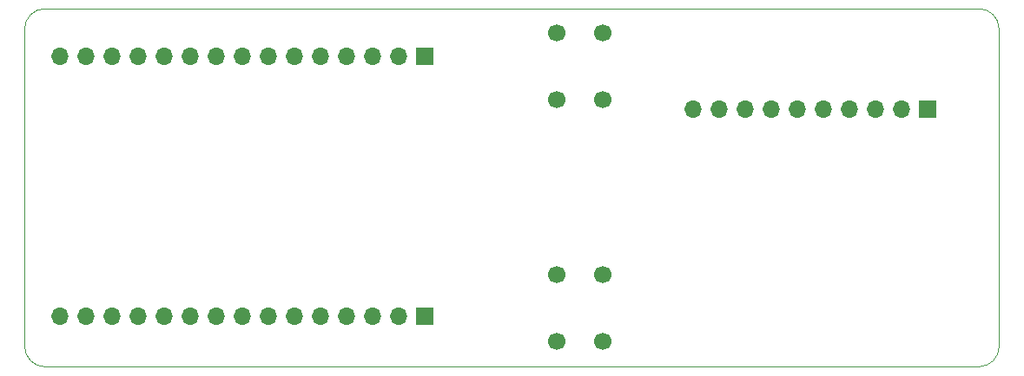
<source format=gbr>
G04 #@! TF.GenerationSoftware,KiCad,Pcbnew,(5.1.10)-1*
G04 #@! TF.CreationDate,2021-10-12T16:57:56+02:00*
G04 #@! TF.ProjectId,esp32-imu,65737033-322d-4696-9d75-2e6b69636164,v0.1.0*
G04 #@! TF.SameCoordinates,Original*
G04 #@! TF.FileFunction,Soldermask,Bot*
G04 #@! TF.FilePolarity,Negative*
%FSLAX46Y46*%
G04 Gerber Fmt 4.6, Leading zero omitted, Abs format (unit mm)*
G04 Created by KiCad (PCBNEW (5.1.10)-1) date 2021-10-12 16:57:56*
%MOMM*%
%LPD*%
G01*
G04 APERTURE LIST*
G04 #@! TA.AperFunction,Profile*
%ADD10C,0.050000*%
G04 #@! TD*
%ADD11C,1.700000*%
%ADD12O,1.700000X1.700000*%
%ADD13R,1.700000X1.700000*%
G04 APERTURE END LIST*
D10*
X196212400Y-117289960D02*
G75*
G03*
X198212400Y-115289960I0J2000000D01*
G01*
X198212400Y-84289960D02*
G75*
G03*
X196212400Y-82289960I-2000000J0D01*
G01*
X105212400Y-82289960D02*
G75*
G03*
X103212400Y-84289960I0J-2000000D01*
G01*
X105212400Y-117289960D02*
G75*
G02*
X103212400Y-115289960I0J2000000D01*
G01*
X196212400Y-82289960D02*
X105212400Y-82289960D01*
X198212400Y-115289960D02*
X198212400Y-84289960D01*
X105212400Y-117289960D02*
X196212400Y-117289960D01*
X103212400Y-84289960D02*
X103212400Y-115289960D01*
D11*
X155077160Y-114797840D03*
X155077160Y-108297840D03*
X159577160Y-114797840D03*
X159577160Y-108297840D03*
X155077160Y-91201240D03*
X155077160Y-84701240D03*
X159577160Y-91201240D03*
X159577160Y-84701240D03*
D12*
X168396920Y-92124400D03*
X170936920Y-92124400D03*
X173476920Y-92124400D03*
X176016920Y-92124400D03*
X178556920Y-92124400D03*
X181096920Y-92124400D03*
X183636920Y-92124400D03*
X186176920Y-92124400D03*
X188716920Y-92124400D03*
D13*
X191256920Y-92124400D03*
D12*
X106640720Y-112324400D03*
X109180720Y-112324400D03*
X111720720Y-112324400D03*
X114260720Y-112324400D03*
X116800720Y-112324400D03*
X119340720Y-112324400D03*
X121880720Y-112324400D03*
X124420720Y-112324400D03*
X126960720Y-112324400D03*
X129500720Y-112324400D03*
X132040720Y-112324400D03*
X134580720Y-112324400D03*
X137120720Y-112324400D03*
X139660720Y-112324400D03*
D13*
X142200720Y-112324400D03*
D12*
X106640720Y-86924400D03*
X109180720Y-86924400D03*
X111720720Y-86924400D03*
X114260720Y-86924400D03*
X116800720Y-86924400D03*
X119340720Y-86924400D03*
X121880720Y-86924400D03*
X124420720Y-86924400D03*
X126960720Y-86924400D03*
X129500720Y-86924400D03*
X132040720Y-86924400D03*
X134580720Y-86924400D03*
X137120720Y-86924400D03*
X139660720Y-86924400D03*
D13*
X142200720Y-86924400D03*
M02*

</source>
